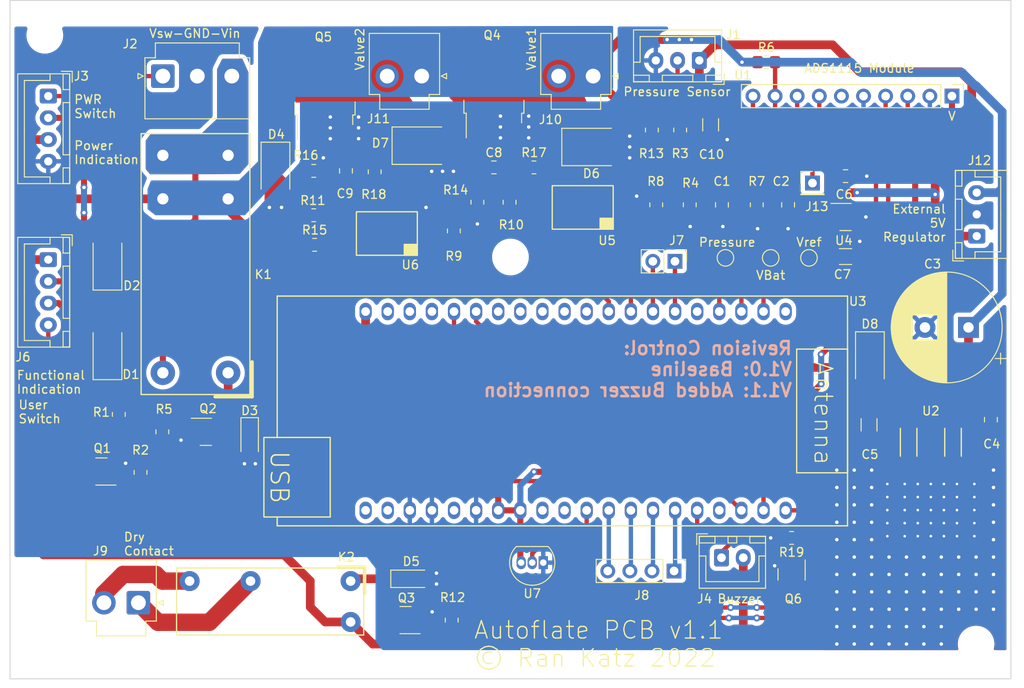
<source format=kicad_pcb>
(kicad_pcb (version 20221018) (generator pcbnew)
  (title_block (title "Autoflate - Tire inflator controller board") (date "2022-11-03") (rev "1.1") (company "NIghtmechanics") (comment 4 "AISLER Project ID: KECQLVEM"))
  (layers (0 "F.Cu" signal) (31 "B.Cu" signal) (34 "B.Paste" user) (35 "F.Paste" user) (36 "B.SilkS" user "B.Silkscreen") (37 "F.SilkS" user "F.Silkscreen") (38 "B.Mask" user) (39 "F.Mask" user) (44 "Edge.Cuts" user))
  (net 0 "")
  (net 1 "/Pressure")
  (net 2 "GND")
  (net 3 "/VBAT")
  (net 4 "+12V")
  (net 5 "+5V")
  (net 6 "/Vref")
  (net 7 "Net-(C8-Pad1)")
  (net 8 "Net-(C9-Pad1)")
  (net 9 "Net-(D1-Pad1)")
  (net 10 "Net-(D1-Pad2)")
  (net 11 "Net-(D2-Pad1)")
  (net 12 "Net-(D3-Pad1)")
  (net 13 "Net-(D5-Pad1)")
  (net 14 "Net-(D6-Pad1)")
  (net 15 "Net-(D7-Pad1)")
  (net 16 "Net-(D8-Pad1)")
  (net 17 "Net-(J1-Pad2)")
  (net 18 "/VDD3V3")
  (net 19 "/User_SW")
  (net 20 "Net-(J6-Pad2)")
  (net 21 "Net-(J8-Pad1)")
  (net 22 "Net-(J8-Pad2)")
  (net 23 "Net-(J8-Pad3)")
  (net 24 "Net-(J8-Pad4)")
  (net 25 "/Func_Ind")
  (net 26 "Net-(Q2-Pad1)")
  (net 27 "Net-(Q4-Pad1)")
  (net 28 "Net-(Q5-Pad1)")
  (net 29 "Net-(R10-Pad1)")
  (net 30 "Net-(R11-Pad1)")
  (net 31 "Net-(R13-Pad1)")
  (net 32 "Net-(R15-Pad1)")
  (net 33 "/ADC_SCL")
  (net 34 "/ADC_SDA")
  (net 35 "Net-(J2-Pad1)")
  (net 38 "Net-(J9-Pad1)")
  (net 50 "Net-(J4-Pad1)")
  (net 52 "Net-(J9-Pad2)")
  (net 53 "Net-(R8-Pad2)")
  (net 54 "Net-(R9-Pad2)")
  (net 55 "/Vin")
  (net 56 "Net-(J13-Pad1)")
  (net 57 "/Temp_DQ")
  (net 59 "Net-(J7-Pad2)")
  (net 60 "/Valve1")
  (net 61 "/Valve2")
  (net 64 "Net-(J7-Pad1)")
  (net 65 "Net-(Q3-Pad1)")
  (net 66 "/Buzzer")
  (footprint "Connector_JST:JST_XH_B4B-XH-A_1x04_P2.50mm_Vertical" (layer "F.Cu") (at 34.4 38 -90)
    (fp_text reference "J3")
    (fp_text value "Conn_01x04_Male")
  )
  (footprint "Resistor_SMD:R_0805_2012Metric_Pad1.20x1.40mm_HandSolder" (layer "F.Cu") (at 80.75 98.25 90)
    (fp_text reference "R12")
    (fp_text value "10k")
  )
  (footprint "Package_TO_SOT_THT:TO-92_Inline" (layer "F.Cu") (at 91.27 91.64 180)
    (fp_text reference "U7")
    (fp_text value "DS18B20")
  )
  (footprint "Capacitor_SMD:C_0805_2012Metric_Pad1.18x1.45mm_HandSolder" (layer "F.Cu") (at 126 47.2)
    (fp_text reference "C6")
    (fp_text value "0.1uF")
  )
  (footprint "Connector_JST:JST_XH_B2B-XH-A_1x02_P2.50mm_Vertical" (layer "F.Cu") (at 111.75 91.075)
    (fp_text reference "J4")
    (fp_text value "JST_XH_2")
  )
  (footprint "Resistor_SMD:R_0805_2012Metric_Pad1.20x1.40mm_HandSolder" (layer "F.Cu") (at 87.4 50.2 90)
    (fp_text reference "R10")
    (fp_text value "100R")
  )
  (footprint "NIghtmechanic:OMRON_G5RL_1A_E" (layer "F.Cu") (at 55.0625 49.8125 90)
    (fp_text reference "K1")
    (fp_text value "G5RL-1A-E-HR")
  )
  (footprint "TestPoint:TestPoint_Pad_D1.5mm" (layer "F.Cu") (at 112.2 56.6)
    (fp_text reference "TP1" hide)
    (fp_text value "TestPoint")
  )
  (footprint "NIghtmechanic:K10104X" (layer "F.Cu") (at 95.8 52.05 180)
    (fp_text reference "U5")
    (fp_text value "K10104")
  )
  (footprint "Resistor_SMD:R_0805_2012Metric_Pad1.20x1.40mm_HandSolder" (layer "F.Cu") (at 115.8 50.5 -90)
    (fp_text reference "R7")
    (fp_text value "2k 0.1%")
  )
  (footprint "Connector_JST:JST_XH_B3B-XH-A_1x03_P2.50mm_Vertical" (layer "F.Cu") (at 141.075 54.1 90)
    (fp_text reference "J12")
    (fp_text value "JST_XH_3")
  )
  (footprint "Capacitor_SMD:C_0805_2012Metric_Pad1.18x1.45mm_HandSolder" (layer "F.Cu") (at 142.7 75.2 -90)
    (fp_text reference "C4")
    (fp_text value "0.1uF")
  )
  (footprint "Resistor_SMD:R_0805_2012Metric_Pad1.20x1.40mm_HandSolder" (layer "F.Cu") (at 42.5 74.6 -90)
    (fp_text reference "R1")
    (fp_text value "4.7k")
  )
  (footprint "Resistor_SMD:R_0805_2012Metric_Pad1.20x1.40mm_HandSolder" (layer "F.Cu") (at 64.9 46.6 180)
    (fp_text reference "R16")
    (fp_text value "4.7k")
  )
  (footprint "Diode_SMD:D_SMA" (layer "F.Cu") (at 128.8 68.5 -90)
    (fp_text reference "D8")
    (fp_text value "SS34")
  )
  (footprint "Capacitor_THT:CP_Radial_D12.5mm_P5.00mm" (layer "F.Cu") (at 140.123959 64.6 180)
    (fp_text reference "C3")
    (fp_text value "180uF/35V")
  )
  (footprint "NIghtmechanic:OMRON_G5NB_1A" (layer "F.Cu") (at 57.6375 93.7625 180)
    (fp_text reference "K2")
    (fp_text value "G5NB-1A-E")
  )
  (footprint "Capacitor_SMD:C_1206_3216Metric_Pad1.33x1.80mm_HandSolder" (layer "F.Cu") (at 126 56.45)
    (fp_text reference "C7")
    (fp_text value "1uF")
  )
  (footprint "Resistor_SMD:R_0805_2012Metric_Pad1.20x1.40mm_HandSolder" (layer "F.Cu") (at 71.9 46.7 90)
    (fp_text reference "R18")
    (fp_text value "2.2k")
  )
  (footprint "Resistor_SMD:R_0805_2012Metric_Pad1.20x1.40mm_HandSolder" (layer "F.Cu") (at 116.9 34.1)
    (fp_text reference "R6")
    (fp_text value "10k 0.1%")
  )
  (footprint "MountingHole:MountingHole_3.2mm_M3" (layer "F.Cu") (at 141 31)
    (fp_text reference "H2" hide)
    (fp_text value "MountingHole")
  )
  (footprint "Package_TO_SOT_SMD:TO-252-2" (layer "F.Cu") (at 85.6 37.5 90)
    (fp_text reference "Q4")
    (fp_text value "IRLR7843")
  )
  (footprint "Diode_SMD:D_SMB" (layer "F.Cu") (at 77.45 43.7)
    (fp_text reference "D7")
    (fp_text value "1SMB5932")
  )
  (footprint "TestPoint:TestPoint_Pad_D1.5mm" (layer "F.Cu") (at 117.4 56.6)
    (fp_text reference "TP2" hide)
    (fp_text value "TestPoint")
  )
  (footprint "MountingHole:MountingHole_3.2mm_M3" (layer "F.Cu") (at 34 101)
    (fp_text reference "H4" hide)
    (fp_text value "MountingHole")
  )
  (footprint "Resistor_SMD:R_0805_2012Metric_Pad1.20x1.40mm_HandSolder" (layer "F.Cu") (at 83.7 50.2 90)
    (fp_text reference "R14")
    (fp_text value "4.7k")
  )
  (footprint "NIghtmechanic:ST_D2PAK" (layer "F.Cu") (at 135.8 84.6 180)
    (fp_text reference "U2")
    (fp_text value "L7805")
  )
  (footprint "Connector_JST:JST_XH_B3B-XH-A_1x03_P2.50mm_Vertical" (layer "F.Cu") (at 109.2 33.9 180)
    (fp_text reference "J1")
    (fp_text value "JST_XH_3")
  )
  (footprint "Capacitor_SMD:C_1206_3216Metric_Pad1.33x1.80mm_HandSolder" (layer "F.Cu") (at 110.5 41.3 -90)
    (fp_text reference "C10")
    (fp_text value "1uF")
  )
  (footprint "NIghtmechanic:K10104X" (layer "F.Cu") (at 73.3 55.05 180)
    (fp_text reference "U6")
    (fp_text value "K10104")
  )
  (footprint "Diode_SMD:D_SMA" (layer "F.Cu") (at 60.5 46.7 -90)
    (fp_text reference "D4")
    (fp_text value "SS34")
  )
  (footprint "Capacitor_SMD:C_0805_2012Metric_Pad1.18x1.45mm_HandSolder" (layer "F.Cu") (at 111.8 50.5 -90)
    (fp_text reference "C1")
    (fp_text value "0.1uF")
  )
  (footprint "Resistor_SMD:R_0805_2012Metric_Pad1.20x1.40mm_HandSolder" (layer "F.Cu") (at 65 55.1 180)
    (fp_text reference "R15")
    (fp_text value "2k")
  )
  (footprint "TestPoint:TestPoint_Pad_D1.5mm" (layer "F.Cu") (at 121.8 56.6)
    (fp_text reference "TP3" hide)
    (fp_text value "TestPoint")
  )
  (footprint "Connector_PinHeader_2.54mm:PinHeader_1x04_P2.54mm_Vertical" (layer "F.Cu") (at 106.3 92.6 -90)
    (fp_text reference "J8")
    (fp_text value "Header_4")
  )
  (footprint "Package_TO_SOT_SMD:SOT-23" (layer "F.Cu") (at 52.5 76.6)
    (fp_text reference "Q2")
    (fp_text value "AO3400A")
  )
  (footprint "Resistor_SMD:R_0805_2012Metric_Pad1.20x1.40mm_HandSolder" (layer "F.Cu") (at 45 81.2655 90)
    (fp_text reference "R2")
    (fp_text value "10k")
  )
  (footprint "Diode_SMD:D_SMA" (layer "F.Cu") (at 41.2 67.2 90)
    (fp_text reference "D1")
    (fp_text value "SS34")
  )
  (footprint "Connector_PinHeader_2.54mm:PinHeader_1x02_P2.54mm_Vertical" (layer "F.Cu") (at 106.4 57 -90)
    (fp_text reference "J7")
    (fp_text value "Header_2")
  )
  (footprint "Connector_JST:JST_VH_B3P-VH_1x03_P3.96mm_Vertical" (layer "F.Cu") (at 47.5625 35.7)
    (fp_text reference "J2")
    (fp_text value "JST_VH_3")
  )
  (footprint "Capacitor_SMD:C_0805_2012Metric_Pad1.18x1.45mm_HandSolder" (layer "F.Cu") (at 68.6 46.6 90)
    (fp_text reference "C9")
    (fp_text value "33nF")
  )
  (footprint "Connector_JST:JST_VH_B2P-VH_1x02_P3.96mm_Vertical" (layer "F.Cu") (at 77.3 35.7 180)
    (fp_text reference "J11")
    (fp_text value "JST_VH_2")
  )
  (footprint "Connector_JST:JST_VH_B2P-VH_1x02_P3.96mm_Vertical" (layer "F.Cu") (at 44.75 96.25 180)
    (fp_text reference "J9")
    (fp_text value "JST_VH_2")
  )
  (footprint "Resistor_SMD:R_0805_2012Metric_Pad1.20x1.40mm_HandSolder" (layer "F.Cu") (at 81 53.5 90)
    (fp_text reference "R9")
    (fp_text value "1k")
  )
  (footprint "Resistor_SMD:R_0805_2012Metric_Pad1.20x1.40mm_HandSolder" (layer "F.Cu") (at 90.2 46.2)
    (fp_text reference "R17")
    (fp_text value "2.2k")
  )
  (footprint "NIghtmechanic:LILYGO_TTGO_ESP32_S2" (layer "F.Cu") (at 94.986 74.2 180)
    (fp_text reference "U3")
    (fp_text value "LILYGO_TTGO_ESP32_S2")
  )
  (footprint "Resistor_SMD:R_0805_2012Metric_Pad1.20x1.40mm_HandSolder" (layer "F.Cu") (at 103.75 41.9 90)
    (fp_text reference "R13")
    (fp_text value "2k")
  )
  (footprint "Resistor_SMD:R_0805_2012Metric_Pad1.20x1.40mm_HandSolder" (layer "F.Cu") (at 104.25 50.5 90)
    (fp_text reference "R8")
    (fp_text value "1k")
  )
  (footprint "Capacitor_SMD:C_1206_3216Metric_Pad1.33x1.80mm_HandSolder" (layer "F.Cu") (at 128.7 75.8 -90)
    (fp_text reference "C5")
    (fp_text value "1uF")
  )
  (footprint "Capacitor_SMD:C_0805_2012Metric_Pad1.18x1.45mm_HandSolder" (layer "F.Cu") (at 85.6 46.2 180)
    (fp_text reference "C8")
    (fp_text value "33nF")
  )
  (footprint "Package_TO_SOT_SMD:SOT-23" (layer "F.Cu") (at 119.8 93 -90)
    (fp_text reference "Q6")
    (fp_text value "AO3400A")
  )
  (footprint "Package_TO_SOT_SMD:SOT-23" (layer "F.Cu") (at 75.45 98.25 180)
    (fp_text reference "Q3")
    (fp_text value "AO3400A")
  )
  (footprint "Diode_SMD:D_SOD-123" (layer "F.Cu") (at 76 93.5)
    (fp_text reference "D5")
    (fp_text value "BZT52C20")
  )
  (footprint "Connector_JST:JST_VH_B2P-VH_1x02_P3.96mm_Vertical" (layer "F.Cu") (at 97 35.7 180)
    (fp_text reference "J10")
    (fp_text value "JST_VH_2")
  )
  (footprint "MountingHole:MountingHole_3.2mm_M3" (layer "F.Cu") (at 141 101)
    (fp_text reference "H3" hide)
    (fp_text value "MountingHole")
  )
  (footprint "Diode_SMD:D_SMB" (layer "F.Cu") (at 96.95 43.85)
    (fp_text reference "D6")
    (fp_text value "1SMB5932")
  )
  (footprint "Diode_SMD:D_SMA" (layer "F.Cu") (at 41.2 56.9 90)
    (fp_text reference "D2")
    (fp_text value "SS34")
  )
  (footprint "Resistor_SMD:R_0805_2012Metric_Pad1.20x1.40mm_HandSolder" (layer "F.Cu") (at 107 41.9 -90)
    (fp_text reference "R3")
    (fp_text value "1k 0.1%")
  )
  (footprint "Capacitor_SMD:C_0805_2012Metric_Pad1.18x1.45mm_HandSolder" (layer "F.Cu") (at 119.4 50.5 -90)
    (fp_text reference "C2")
    (fp_text value "0.1uF")
  )
  (footprint "Resistor_SMD:R_0805_2012Metric_Pad1.20x1.40mm_HandSolder" (layer "F.Cu") (at 108.1 50.5 -90)
    (fp_text reference "R4")
    (fp_text value "2k 0.1%")
  )
  (footprint "Package_TO_SOT_SMD:SOT-23" (layer "F.Cu") (at 126 51.9)
    (fp_text reference "U4")
    (fp_text value "MCP1525-TT")
  )
  (footprint "MountingHole:MountingHole_3.2mm_M3" (layer "F.Cu") (at 87.5 56.5)
    (fp_text reference "H5" hide)
    (fp_text value "MountingHole")
  )
  (footprint "Connector_PinHeader_2.54mm:PinHeader_1x01_P2.54mm_Vertical" (layer "F.Cu") (at 122.2 48)
    (fp_text reference "J13")
    (fp_text value "Header_1")
  )
  (footprint "Resistor_SMD:R_0805_2012Metric_Pad1.20x1.40mm_HandSolder" (layer "F.Cu") (at 64.9 51.7 180)
    (fp_text reference "R11")
    (fp_text value "100R")
  )
  (footprint "NIghtmechanic:GY-ADS1115" (layer "F.Cu") (at 138.225 38 -90)
    (fp_text reference "U1")
    (fp_text value "ADS1115_Module")
  )
  (footprint "Diode_SMD:D_SOD-123" (layer "F.Cu") (at 57.5375 77.225 -90)
    (fp_text reference "D3")
    (fp_text value "BZT52C20")
  )
  (footprint "Package_TO_SOT_SMD:SOT-23" (layer "F.Cu") (at 40.5 81.1655 180)
    (fp_text reference "Q1")
    (fp_text value "AO3400A")
  )
  (footprint "Connector_JST:JST_XH_B4B-XH-A_1x04_P2.50mm_Vertical" (layer "F.Cu") (at 34.4 56.8 -90)
    (fp_text reference "J6")
    (fp_text value "JST_XH_4")
  )
  (footprint "Package_TO_SOT_SMD:TO-252-2" (layer "F.Cu") (at 66.2 37.7 90)
    (fp_text reference "Q5")
    (fp_text value "IRLR7843")
  )
  (footprint "MountingHole:MountingHole_3.2mm_M3" (layer "F.Cu") (at 34 31)
    (fp_text reference "H1" hide)
    (fp_text value "MountingHole")
  )
  (footprint "Resistor_SMD:R_0805_2012Metric_Pad1.20x1.40mm_HandSolder" (layer "F.Cu") (at 47.5 76.6 -90)
    (fp_text reference "R5")
    (fp_text value "10k")
  )
  (footprint "Resistor_SMD:R_0805_2012Metric_Pad1.20x1.40mm_HandSolder" (layer "F.Cu") (at 119.8 88.8 180)
    (fp_text reference "R19")
    (fp_text value "10k")
  )
  (gr_rect (start 30 27) (end 145 105) (stroke (width 0.1)) (fill none) (layer "Edge.Cuts"))
  (gr_text "Revision Control:\nV1.0: Baseline\nV1.1: Added Buzzer connection" (at 120 69.4) (layer "B.SilkS") (effects (font (size 1.5 1.5) (thickness 0.3)) (justify left mirror)))
  (gr_text "Valve1" (at 89.9 32.6 90) (layer "F.SilkS") (effects (font (size 1 1))))
  (gr_text "User\nSwitch" (at 30.9 74.3) (layer "F.SilkS") (effects (font (size 1 1)) (justify left)))
  (gr_text "Autoflate PCB v1.1\n© Ran Katz 2022" (at 83.2 101) (layer "F.SilkS") (effects (font (size 2 2)) (justify left)))
  (gr_text "Dry\nContact" (at 43 89.5) (layer "F.SilkS") (effects (font (size 1 1)) (justify left)))
  (gr_text "Pressure" (at 112.4 54.8) (layer "F.SilkS") (effects (font (size 1 1))))
  (gr_text "Power\nIndication" (at 37.3 44.5) (layer "F.SilkS") (effects (font (size 1 1)) (justify left)))
  (gr_text "ADS1115 Module" (at 127.6 34.8) (layer "F.SilkS") (effects (font (size 1 1))))
  (gr_text "Buzzer" (at 111.2 95.8) (layer "F.SilkS") (effects (font (size 1 1)) (justify left)))
  (gr_text "VBat" (at 117.4 58.6) (layer "F.SilkS") (effects (font (size 1 1))))
  (gr_text "Pressure Sensor" (at 100.4 37.5) (layer "F.SilkS") (effects (font (size 1 1)) (justify left)))
  (gr_text "Functional\nIndication" (at 30.7 70.9) (layer "F.SilkS") (effects (font (size 1 1)) (justify left)))
  (gr_text "PWR\nSwitch" (at 37.3 39.2) (layer "F.SilkS") (effects (font (size 1 1)) (justify left)))
  (gr_text "Valve2" (at 70.2 32.6 90) (layer "F.SilkS") (effects (font (size 1 1))))
  (gr_text "Vsw-GND-Vin\n\n" (at 45.9 31.6) (layer "F.SilkS") (effects (font (size 1 1)) (justify left)))
  (gr_text "Vref" (at 121.8 54.8) (layer "F.SilkS") (effects (font (size 1 1))))
  (gr_text "External\n5V\nRegulator" (at 137.6 52.6) (layer "F.SilkS") (effects (font (size 1 1)) (justify right)))
  (segment (start 110.6 57.2) (end 109.9625 56.5625) (width 0.5) (layer "F.Cu") (net 1))
  (segment (start 107 43.7) (end 109.9625 46.6625) (width 0.5) (layer "F.Cu") (net 1))
  (segment (start 108.1375 49.4625) (end 108.1 49.5) (width 0.5) (layer "F.Cu") (net 1))
  (segment (start 107 42.9) (end 107 43.7) (width 0.5) (layer "F.Cu") (net 1))
  (segment (start 109.9625 46.6625) (end 109.9625 49.4625) (width 0.5) (layer "F.Cu") (net 1))
  (segment (start 109.9625 56.5625) (end 109.9625 49.4625) (width 0.5) (layer "F.Cu") (net 1))
  (segment (start 115.365 45.8975) (end 111.8 49.4625) (width 0.5) (layer "F.Cu") (net 1))
  (segment (start 111.6 57.2) (end 110.6 57.2) (width 0.5) (layer "F.Cu") (net 1))
  (segment (start 111.8 49.4625) (end 109.9625 49.4625) (width 0.5) (layer "F.Cu") (net 1))
  (segment (start 112.2 56.6) (end 111.6 57.2) (width 0.5) (layer "F.Cu") (net 1))
  (segment (start 111.496 62.77) (end 111.496 58.096) (width 0.5) (layer "F.Cu") (net 1))
  (segment (start 109.9625 49.4625) (end 108.1375 49.4625) (width 0.5) (layer "F.Cu") (net 1))
  (segment (start 115.365 38) (end 115.365 45.8975) (width 0.5) (layer "F.Cu") (net 1))
  (segment (start 111.496 58.096) (end 110.6 57.2) (width 0.5) (layer "F.Cu") (net 1))
  (segment (start 100.3 49.51) (end 101.99 49.51) (width 0.5) (layer "F.Cu") (net 2))
  (segment (start 41.4375 80.2155) (end 43.2845 80.2155) (width 0.5) (layer "F.Cu") (net 2))
  (segment (start 127.0375 47.2) (end 128.4375 47.2) (width 0.5) (layer "F.Cu") (net 2))
  (segment (start 115.8 51.5) (end 115.8 53.15) (width 0.5) (layer "F.Cu") (net 2))
  (segment (start 118.85 92.0625) (end 117.912 92.0625) (width 0.5) (layer "F.Cu") (net 2))
  (segment (start 44.95 80.2155) (end 45 80.2655) (width 0.5) (layer "F.Cu") (net 2))
  (segment (start 110.5 42.8625) (end 112.2625 42.8625) (width 0.5) (layer "F.Cu") (net 2))
  (segment (start 108.1 52.95) (end 108.15 53) (width 0.5) (layer "F.Cu") (net 2))
  (segment (start 68.6 42.02) (end 68.48 41.9) (width 0.5) (layer "F.Cu") (net 2))
  (segment (start 128.7 77.3625) (end 128.7 80.7) (width 0.5) (layer "F.Cu") (net 2))
  (segment (start 80.7 97.3) (end 80.75 97.25) (width 0.5) (layer "F.Cu") (net 2))
  (segment (start 68.6 45.5625) (end 68.6 42.02) (width 0.5) (layer "F.Cu") (net 2))
  (segment (start 43.2845 80.2155) (end 44.95 80.2155) (width 0.5) (layer "F.Cu") (net 2))
  (segment (start 142.7 76.2375) (end 142.7 80.7) (width 0.5) (layer "F.Cu") (net 2))
  (segment (start 83.7 51.2) (end 83.7 52.7) (width 0.5) (layer "F.Cu") (net 2))
  (segment (start 65.9 46.6) (end 65.9 45.2) (width 0.5) (layer "F.Cu") (net 2))
  (segment (start 111.8 52.9) (end 111.9 53) (width 0.5) (layer "F.Cu") (net 2))
  (segment (start 117.912 92.0625) (end 117.8495 92) (width 0.5) (layer "F.Cu") (net 2))
  (segment (start 76.3875 97.3) (end 78.5 97.3) (width 0.5) (layer "F.Cu") (net 2))
  (segment (start 108.1 51.5) (end 108.1 52.95) (width 0.5) (layer "F.Cu") (net 2))
  (segment (start 65.9 45.2) (end 66 45.1) (width 0.5) (layer "F.Cu") (net 2))
  (segment (start 84.5625 46.2) (end 84.5625 44.5875) (width 0.5) (layer "F.Cu") (net 2))
  (segment (start 118.8 88.8) (end 117.4 88.8) (width 0.5) (layer "F.Cu") (net 2))
  (segment (start 78.5 97.3) (end 80.7 97.3) (width 0.5) (layer "F.Cu") (net 2))
  (segment (start 49.65 77.55) (end 47.55 77.55) (width 0.5) (layer "F.Cu") (net 2))
  (segment (start 47.55 77.55) (end 47.5 77.6) (width 0.5) (layer "F.Cu") (net 2))
  (segment (start 111.8 51.5375) (end 111.8 52.9) (width 0.5) (layer "F.Cu") (net 2))
  (segment (start 84.5625 44.5875) (end 86.35 42.8) (width 0.5) (layer "F.Cu") (net 2))
  (segment (start 101.99 49.51) (end 102 49.5) (width 0.5) (layer "F.Cu") (net 2))
  (segment (start 127.5625 56.45) (end 127.5625 54.775) (width 0.5) (layer "F.Cu") (net 2))
  (segment (start 142.7 80.7) (end 143 81) (width 0.5) (layer "F.Cu") (net 2))
  (segment (start 51.5625 77.55) (end 49.65 77.55) (width 0.5) (layer "F.Cu") (net 2))
  (segment (start 77.8 52.51) (end 77.8 50.8) (width 0.5) (layer "F.Cu") (net 2))
  (segment (start 126.9375 51.9) (end 128.3375 51.9) (width 0.5) (layer "F.Cu") (net 2))
  (segment (start 128.7 80.7) (end 129 81) (width 0.5) (layer "F.Cu") (net 2))
  (segment (start 112.2625 42.8625) (end 112.4 43) (width 0.5) (layer "F.Cu") (net 2))
  (segment (start 115.8 53.15) (end 115.9 53.25) (width 0.5) (layer "F.Cu") (net 2))
  (segment (start 127.5625 54.775) (end 127.6375 54.7) (width 0.5) (layer "F.Cu") (net 2))
  (segment (start 119.4 51.5375) (end 119.4 53.25) (width 0.5) (layer "F.Cu") (net 2))
  (via (at 61.2 50.8) (size 0.8) (drill 0.4) (layers "F.Cu" "B.Cu") (net 2))
  (via (at 131 97) (size 0.8) (drill 0.4) (layers "F.Cu" "B.Cu") (net 2))
  (via (at 133 97) (size 0.8) (drill 0.4) (layers "F.Cu" "B.Cu") (net 2))
  (via (at 83.7 52.7) (size 0.8) (drill 0.4) (layers "F.Cu" "B.Cu") (net 2))
  (via (at 101.2 45.1) (size 0.8) (drill 0.4) (layers "F.Cu" "B.Cu") (net 2))
  (via (at 66 45.1) (size 0.8) (drill 0.4) (layers "F.Cu" "B.Cu") (net 2))
  (via (at 112.4 43) (size 0.8) (drill 0.4) (layers "F.Cu" "B.Cu") (net 2))
  (via (at 133 99) (size 0.8) (drill 0.4) (layers "F.Cu" "B.Cu") (net 2))
  (via (at 115.9 53.25) (size 0.8) (drill 0.4) (layers "F.Cu" "B.Cu") (net 2))
  (via (at 137 95) (size 0.8) (drill 0.4) (layers "F.Cu" "B.Cu") (net 2))
  (via (at 129 99) (size 0.8) (drill 0.4) (layers "F.Cu" "B.Cu") (net 2))
  (via (at 143 85) (size 0.8) (drill 0.4) (layers "F.Cu" "B.Cu") (net 2))
  (via (at 143 93) (size 0.8) (drill 0.4) (layers "F.Cu" "B.Cu") (net 2))
  (via (at 108.15 53) (size 0.8) (drill 0.4) (layers "F.Cu" "B.Cu") (net 2))
  (via (at 79.7 46.65) (size 0.8) (drill 0.4) (layers "F.Cu" "B.Cu") (net 2))
  (via (at 78.45 46.65) (size 0.8) (drill 0.4) (layers "F.Cu" "B.Cu") (net 2))
  (via (at 86.35 40.3) (size 0.8) (drill 0.4) (layers "F.Cu" "B.Cu") (net 2))
  (via (at 141 93) (size 0.8) (drill 0.4) (layers "F.Cu" "B.Cu") (net 2))
  (via (at 79 92.85) (size 0.8) (drill 0.4) (layers "F.Cu" "B.Cu") (net 2))
  (via (at 70.05 42.9) (size 0.8) (drill 0.4) (layers "F.Cu" "B.Cu") (net 2))
  (via (at 141 97) (size 0.8) (drill 0.4) (layers "F.Cu" "B.Cu") (net 2))
  (via (at 79 94.1) (size 0.8) (drill 0.4) (layers "F.Cu" "B.Cu") (net 2))
  (via (at 127 83) (size 0.8) (drill 0.4) (layers "F.Cu" "B.Cu") (net 2))
  (via (at 143 97) (size 0.8) (drill 0.4) (layers "F.Cu" "B.Cu") (net 2))
  (via (at 135 91) (size 0.8) (drill 0.4) (layers "F.Cu" "B.Cu") (net 2))
  (via (at 127 97) (size 0.8) (drill 0.4) (layers "F.Cu" "B.Cu") (net 2))
  (via (at 139 91) (size 0.8) (drill 0.4) (layers "F.Cu" "B.Cu") (net 2))
  (via (at 131 101) (size 0.8) (drill 0.4) (layers "F.Cu" "B.Cu") (net 2))
  (via (at 127.6375 54.7) (size 0.8) (drill 0.4) (layers "F.Cu" "B.Cu") (net 2))
  (via (at 129 95) (size 0.8) (drill 0.4) (layers "F.Cu" "B.Cu") (net 2))
  (via (at 133 101) (size 0.8) (drill 0.4) (layers "F.Cu" "B.Cu") (net 2))
  (via (at 137 93) (size 0.8) (drill 0.4) (layers "F.Cu" "B.Cu") (net 2))
  (via (at 129 97) (size 0.8) (drill 0.4) (layers "F.Cu" "B.Cu") (net 2))
  (via (at 129 87) (size 0.8) (drill 0.4) (layers "F.Cu" "B.Cu") (net 2))
  (via (at 131 91) (size 0.8) (drill 0.4) (layers "F.Cu" "B.Cu") (net 2))
  (via (at 128.4375 47.2) (size 0.8) (drill 0.4) (layers "F.Cu" "B.Cu") (net 2))
  (via (at 143 89) (size 0.8) (drill 0.4) (layers "F.Cu" "B.Cu") (net 2))
  (via (at 137 91) (size 0.8) (drill 0.4) (layers "F.Cu" "B.Cu") (net 2))
  (via (at 137 101) (size 0.8) (drill 0.4) (layers "F.Cu" "B.Cu") (net 2))
  (via (at 135 95) (size 0.8) (drill 0.4) (layers "F.Cu" "B.Cu") (net 2))
  (via (at 129 93) (size 0.8) (drill 0.4) (layers "F.Cu" "B.Cu") (net 2))
  (via (at 86.35 41.55) (size 0.8) (drill 0.4) (layers "F.Cu" "B.Cu") (net 2))
  (via (at 70.05 40.4) (size 0.8) (drill 0.4) (layers "F.Cu" "B.Cu") (net 2))
  (via (at 117.8495 92) (size 0.8) (drill 0.4) (layers "F.Cu" "B.Cu") (net 2))
  (via (at 143 83) (size 0.8) (drill 0.4) (layers "F.Cu" "B.Cu") (net 2))
  (via (at 143 81) (size 0.8) (drill 0.4) (layers "F.Cu" "B.Cu") (net 2))
  (via (at 125 97) (size 0.8) (drill 0.4) (layers "F.Cu" "B.Cu") (net 2))
  (via (at 66.8 42.9) (size 0.8) (drill 0.4) (layers "F.Cu" "B.Cu") (net 2))
  (via (at 89.6 41.55) (size 0.8) (drill 0.4) (layers "F.Cu" "B.Cu") (net 2))
  (via (at 125 85) (size 0.8) (drill 0.4) (layers "F.Cu" "B.Cu") (net 2))
  (via (at 89.6 40.3) (size 0.8) (drill 0.4) (layers "F.Cu" "B.Cu") (net 2))
  (via (at 143 91) (size 0.8) (drill 0.4) (layers "F.Cu" "B.Cu") (net 2))
  (via (at 56.9375 80.275) (size 0.8) (drill 0.4) (layers "F.Cu" "B.Cu") (net 2))
  (via (at 102 49.5) (size 0.8) (drill 0.4) (layers "F.Cu" "B.Cu") (net 2))
  (via (at 127 85) (size 0.8) (drill 0.4) (layers "F.Cu" "B.Cu") (net 2))
  (via (at 129 91) (size 0.8) (drill 0.4) (layers "F.Cu" "B.Cu") (net 2))
  (via (at 59.8 50.8) (size 0.8) (drill 0.4) (layers "F.Cu" "B.Cu") (net 2))
  (via (at 129 89) (size 0.8) (drill 0.4) (layers "F.Cu" "B.Cu") (net 2))
  (via (at 125 95) (size 0.8) (drill 0.4) (layers "F.Cu" "B.Cu") (net 2))
  (via (at 127 99) (size 0.8) (drill 0.4) (layers "F.Cu" "B.Cu") (net 2))
  (via (at 139 95) (size 0.8) (drill 0.4) (layers "F.Cu" "B.Cu") (net 2))
  (via (at 143 95) (size 0.8) (drill 0.4) (layers "F.Cu" "B.Cu") (net 2))
  (via (at 127 89) (size 0.8) (drill 0.4) (layers "F.Cu" "B.Cu") (net 2))
  (via (at 125 81) (size 0.8) (drill 0.4) (layers "F.Cu" "B.Cu") (net 2))
  (via (at 133 91) (size 0.8) (drill 0.4) (layers "F.Cu" "B.Cu") (net 2))
  (via (at 139 93) (size 0.8) (drill 0.4) (layers "F.Cu" "B.Cu") (net 2))
  (via (at 58.1875 80.275) (size 0.8) (drill 0.4) (layers "F.Cu" "B.Cu") (net 2))
  (via (at 129 83) (size 0.8) (drill 0.4) (layers "F.Cu" "B.Cu") (net 2))
  (via (at 141 95) (size 0.8) (drill 0.4) (layers "F.Cu" "B.Cu") (net 2))
  (via (at 111.9 53) (size 0.8) (drill 0.4) (layers "F.Cu" "B.Cu") (net 2))
  (via (at 125 89) (size 0.8) (drill 0.4) (layers "F.Cu" "B.Cu") (net 2))
  (via (at 66.8 41.65) (size 0.8) (drill 0.4) (layers "F.Cu" "B.Cu") (net 2))
  (via (at 127 87) (size 0.8) (drill 0.4) (layers "F.Cu" "B.Cu") (net 2))
  (via (at 125 99) (size 0.8) (drill 0.4) (layers "F.Cu" "B.Cu") (net 2))
  (via (at 127 91) (size 0.8) (drill 0.4) (layers "F.Cu" "B.Cu") (net 2))
  (via (at 125 87) (size 0.8) (drill 0.4) (layers "F.Cu" "B.Cu") (net 2))
  (via (at 125 101) (size 0.8) (drill 0.4) (layers "F.Cu" "B.Cu") (net 2))
  (via (at 133 93) (size 0.8) (drill 0.4) (layers "F.Cu" "B.Cu") (net 2))
  (via (at 135 101) (size 0.8) (drill 0.4) (layers "F.Cu" "B.Cu") (net 2))
  (via (at 66.8 40.4) (size 0.8) (drill 0.4) (layers "F.Cu" "B.Cu") (net 2))
  (via (at 141 91) (size 0.8) (drill 0.4) (layers "F.Cu" "B.Cu") (net 2))
  (via (at 127 93) (size 0.8) (drill 0.4) (layers "F.Cu" "B.Cu") (net 2))
  (via (at 129 81) (size 0.8) (drill 0.4) (layers "F.Cu" "B.Cu") (net 2))
  (via (at 139 97) (size 0.8) (drill 0.4) (layers "F.Cu" "B.Cu") (net 2))
  (via (at 127 95) (size 0.8) (drill 0.4) (layers "F.Cu" "B.Cu") (net 2))
  (via (at 80.95 46.65) (size 0.8) (drill 0.4) (layers "F.Cu" "B.Cu") (net 2))
  (via (at 128.3375 51.9) (size 0.8) (drill 0.4) (layers "F.Cu" "B.Cu") (net 2))
  (via (at 127 81) (size 0.8) (drill 0.4) (layers "F.Cu" "B.Cu") (net 2))
  (via (at 129 85) (size 0.8) (drill 0.4) (layers "F.Cu" "B.Cu") (net 2))
  (via (at 77.8 50.8) (size 0.8) (drill 0.4) (layers "F.Cu" "B.Cu") (net 2))
  (via (at 135 99) (size 0.8) (drill 0.4) (layers "F.Cu" "B.Cu") (net 2))
  (via (at 131 95) (size 0.8) (drill 0.4) (layers "F.Cu" "B.Cu") (net 2))
  (via (at 49.65 77.55) (size 0.8) (drill 0.4) (layers "F.Cu" "B.Cu") (net 2))
  (via (at 43.2845 80.2155) (size 0.8) (drill 0.4) (layers "F.Cu" "B.Cu") (net 2))
  (via (at 135 93) (size 0.8) (drill 0.4) (layers "F.Cu" "B.Cu") (net 2))
  (via (at 135 97) (size 0.8) (drill 0.4) (layers "F.Cu" "B.Cu") (net 2))
  (via (at 119.4 53.25) (size 0.8) (drill 0.4) (layers "F.Cu" "B.Cu") (net 2))
  (via (at 125 93) (size 0.8) (drill 0.4) (layers "F.Cu" "B.Cu") (net 2))
  (via (at 129 101) (size 0.8) (drill 0.4) (layers "F.Cu" "B.Cu") (net 2))
  (via (at 101.2 43.85) (size 0.8) (drill 0.4) (layers "F.Cu" "B.Cu") (net 2))
  (via (at 70.05 41.65) (size 0.8) (drill 0.4) (layers "F.Cu" "B.Cu") (net 2))
  (via (at 86.35 42.8) (size 0.8) (drill 0.4) (layers "F.Cu" "B.Cu") (net 2))
  (via (at 137 97) (size 0.8) (drill 0.4) (layers "F.Cu" "B.Cu") (net 2))
  (via (at 131 99) (size 0.8) (drill 0.4) (layers "F.Cu" "B.Cu") (net 2))
  (via (at 78.5 97.3) (size 0.8) (drill 0.4) (layers "F.Cu" "B.Cu") (net 2))
  (via (at 117.4 88.8) (size 0.8) (drill 0.4) (layers "F.Cu" "B.Cu") (net 2))
  (via (at 131 93) (size 0.8) (drill 0.4) (layers "F.Cu" "B.Cu") (net 2))
  (via (at 143 87) (size 0.8) (drill 0.4) (layers "F.Cu" "B.Cu") (net 2))
  (via (at 127 101) (size 0.8) (drill 0.4) (layers "F.Cu" "B.Cu") (net 2))
  (via (at 137 99) (size 0.8) (drill 0.4) (layers "F.Cu" "B.Cu") (net 2))
  (via (at 125 83) (size 0.8) (drill 0.4) (layers "F.Cu" "B.Cu") (net 2))
  (via (at 89.6 42.8) (size 0.8) (drill 0.4) (layers "F.Cu" "B.Cu") (net 2))
  (via (at 101.2 42.6) (size 0.8) (drill 0.4) (layers "F.Cu" "B.Cu") (net 2))
  (via (at 125 91) (size 0.8) (drill 0.4) (layers "F.Cu" "B.Cu") (net 2))
  (via (at 133 95) (size 0.8) (drill 0.4) (layers "F.Cu" "B.Cu") (net 2))
  (segment (start 117.5 54.2) (end 117.5 49.5) (width 0.5) (layer "F.Cu") (net 3))
  (segment (start 116.05 55.65) (end 116.55 55.15) (width 0.5) (layer "F.Cu") (net 3))
  (segment (start 114.036 62.77) (end 114.036 57.664) (width 0.5) (layer "F.Cu") (net 3))
  (segment (start 117.905 38) (end 117.905 34.105) (width 0.5) (layer "F.Cu") (net 3))
  (segment (start 117.5 49.5) (end 117.5 41.8) (width 0.5) (layer "F.Cu") (net 3))
  (segment (start 116.55 55.75) (end 116.55 55.15) (width 0.5) (layer "F.Cu") (net 3))
  (segment (start 117.4 56.6) (end 116.55 55.75) (width 0.5) (layer "F.Cu") (net 3))
  (segment (start 117.5 41.8) (end 117.905 41.395) (width 0.5) (layer "F.Cu") (net 3))
  (segment (start 115.8 49.5) (end 117.5 49.5) (width 0.5) (layer "F.Cu") (net 3))
  (segment (start 119.3625 49.5) (end 119.4 49.4625) (width 0.5) (layer "F.Cu") (net 3))
  (segment (start 117.905 34.105) (end 117.9 34.1) (width 0.5) (layer "F.Cu") (net 3))
  (segment (start 116.55 55.15) (end 117.5 54.2) (width 0.5) (layer "F.Cu") (net 3))
  (segment (start 114.036 57.664) (end 116.05 55.65) (width 0.5) (layer "F.Cu") (net 3))
  (segment (start 117.5 49.5) (end 119.3625 49.5) (width 0.5) (layer "F.Cu") (net 3))
  (segment (start 117.905 41.395) (end 117.905 38) (width 0.5) (layer "F.Cu") (net 3))
  (segment (start 138.34 70.66) (end 138.34 74.25) (width 1) (layer "F.Cu") (net 4))
  (segment (start 33.85 90.75) (end 31.4 88.3) (width 1) (layer "F.Cu") (net 4))
  (segment (start 47.5625 49.8125) (end 31.4875 49.8125) (width 1) (layer "F.Cu") (net 4))
  (segment (start 60.5 44.7) (end 59.7 44.7) (width 1) (layer "F.Cu") (net 4))
  (segment (start 97 34.6) (end 100.1 31.5) (width 1) (layer "F.Cu") (net 4))
  (segment (start 69.1375 98.4625) (end 66.2125 98.4625) (width 1) (layer "F.Cu") (net 4))
  (segment (start 34.4 56.8) (end 31.7 56.8) (width 1) (layer "F.Cu") (net 4))
  (segment (start 32.5 43) (end 31.4 44.1) (width 1) (layer "F.Cu") (net 4))
  (segment (start 31.4 44.1) (end 31.4 49.9) (width 1) (layer "F.Cu") (net 4))
  (segment (start 71.675 101) (end 113.2 101) (width 1) (layer "F.Cu") (net 4))
  (segment (start 115.9 34.1) (end 114.1 34.1) (width 1) (layer "F.Cu") (net 4))
  (segment (start 140.123959 68.876041) (end 140.123959 64.6) (width 1) (layer "F.Cu") (net 4))
  (segment (start 31.4 49.9) (end 31.4 52.85) (width 1) (layer "F.Cu") (net 4))
  (segment (start 57.75 53.75) (end 55.3125 51.3125) (width 1) (layer "F.Cu") (net 4))
  (segment (start 31.4 76.2) (end 31.4 78.6) (width 1) (layer "F.Cu") (net 4))
  (segment (start 138.4275 74.1625) (end 138.34 74.25) (width 1) (layer "F.Cu") (net 4))
  (segment (start 31.4 56.5) (end 31.4 59.3) (width 1) (layer "F.Cu") (net 4))
  (segment (start 69.1375 98.4625) (end 71.675 101) (width 1) (layer "F.Cu") (net 4))
  (segment (start 106.9 31.5) (end 108.3 31.5) (width 1) (layer "F.Cu") (net 4))
  (segment (start 103.75 40.9) (end 102.2 40.9) (width 1) (layer "F.Cu") (net 4))
  (segment (start 97 35.7) (end 97 34.6) (width 1) (layer "F.Cu") (net 4))
  (segment (start 59.7 45.175) (end 55.0625 49.8125) (width 1) (layer "F.Cu") (net 4))
  (segment (start 113.2 101) (end 114.25 99.95) (width 1) (layer "F.Cu") (net 4))
  (segment (start 105.5 31.5) (end 106.9 31.5) (width 1) (layer "F.Cu") (net 4))
  (segment (start 62 53.75) (end 57.75 53.75) (width 1) (layer "F.Cu") (net 4))
  (segment (start 31.4 52.85) (end 31.4 56.5) (width 1) (layer "F.Cu") (net 4))
  (segment (start 34.4 43) (end 32.5 43) (width 1) (layer "F.Cu") (net 4))
  (segment (start 142.7 74.1625) (end 138.4275 74.1625) (width 1) (layer "F.Cu") (net 4))
  (segment (start 100.1 31.5) (end 105.5 31.5) (width 1) (layer "F.Cu") (net 4))
  (segment (start 31.7 56.8) (end 31.4 56.5) (width 1) (layer "F.Cu") (net 4))
  (segment (start 140.123959 68.876041) (end 138.34 70.66) (width 1) (layer "F.Cu") (net 4))
  (segment (start 31.4 59.3) (end 31.4 67.3655) (width 1) (layer "F.Cu") (net 4))
  (segment (start 63.35 55.1) (end 62 53.75) (width 1) (layer "F.Cu") (net 4))
  (segment (start 64.5 93.75) (end 61.5 90.75) (width 1) (layer "F.Cu") (net 4))
  (segment (start 31.4 86.4) (end 31.4 88.3) (width 1) (layer "F.Cu") (net 4))
  (segment (start 64 55.1) (end 63.35 55.1) (width 1) (layer "F.Cu") (net 4))
  (segment (start 31.4 67.3655) (end 31.4 68.8655) (width 1) (layer "F.Cu") (net 4))
  (segment (start 102.2 40.9) (end 97 35.7) (width 1) (layer "F.Cu") (net 4))
  (segment (start 31.4875 49.8125) (end 31.4 49.9) (width 1) (layer "F.Cu") (net 4))
  (segment (start 31.4 78.6) (end 31.4 86.4) (width 1) (layer "F.Cu") (net 4))
  (segment (start 31.4 68.8655) (end 31.4 76.2) (width 1) (layer "F.Cu") (net 4))
  (segment (start 114.25 99.95) (end 114.25 91.075) (width 1) (layer "F.Cu") (net 4))
  (segment (start 59.7 44.7) (end 59.7 45.175) (width 1) (layer "F.Cu") (net 4))
  (segment (start 61.5 90.75) (end 33.85 90.75) (width 1) (layer "F.Cu") (net 4))
  (segment (start 64.5 96.75) (end 64.5 93.75) (width 1) (layer "F.Cu") (net 4))
  (segment (start 66.2125 98.4625) (end 64.5 96.75) (width 1) (layer "F.Cu") (net 4))
  (via (at 108.3 31.5) (size 0.8) (drill 0.4) (layers "F.Cu" "B.Cu") (net 4))
  (via (at 105.5 31.5) (size 0.8) (drill 0.4) (layers "F.Cu" "B.Cu") (net 4))
  (via (at 106.9 31.5) (size 0.8) (drill 0.4) (layers "F.Cu" "B.Cu") (net 4))
  (via (at 114.1 34.1) (size 0.8) (drill 0.4) (layers "F.Cu" "B.Cu") (net 4))
  (segment (start 140.9 36.8) (end 141 36.8) (width 1) (layer "B.Cu") (net 4))
  (segment (start 144 48.6) (end 144 60.723959) (width 1) (layer "B.Cu") (net 4))
  (segment (start 143.5 49.1) (end 144 48.6) (width 1) (layer "B.Cu") (net 4))
  (segment (start 141 36.8) (end 144 39.8) (width 1) (layer "B.Cu") (net 4))
  (segment (start 126.6 34.1) (end 127.8 35.3) (width 1) (layer "B.Cu") (net 4))
  (segment (start 139.4 35.3) (end 140.9 36.8) (width 1) (layer "B.Cu") (net 4))
  (segment (start 114.1 34.1) (end 126.6 34.1) (width 1) (layer "B.Cu") (net 4))
  (segment (start 105.5 31.5) (end 111.5 31.5) (width 1) (layer "B.Cu") (net 4))
  (segment (start 141.075 49.1) (end 143.5 49.1) (width 1) (layer "B.Cu") (net 4))
  (segment (start 144 60.723959) (end 140.123959 64.6) (width 1) (layer "B.Cu") (net 4))
  (segment (start 144 39.8) (end 144 48.6) (width 1) (layer "B.Cu") (net 4))
  (segment (start 114.1 34.1) (end 111.5 31.5) (width 1) (layer "B.Cu") (net 4))
  (segment (start 127.8 35.3) (end 139.4 35.3) (width 1) (layer "B.Cu") (net 4))
  (segment (start 136.3 58.1) (end 136.3 53.9) (width 1) (layer "F.Cu") (net 5))
  (segment (start 140.5 41) (end 140.5 36.5) (width 1) (layer "F.Cu") (net 5))
  (segment (start 133.26 74.25) (end 133.26 68.66) (width 1) (layer "F.Cu") (net 5))
  (segment (start 136.5 54.1) (end 136.3 53.9) (width 1) (layer "F.Cu") (net 5))
  (segment (start 140.5 36.5) (end 139.2 35.2) (width 1) (layer "F.Cu") (net 5))
  (segment (start 125.2375 49.1) (end 127.3375 49.1) (width 1) (layer "F.Cu") (net 5))
  (segment (start 133.26 68.66) (end 132.3 67.7) (width 1) (layer "F.Cu") (net 5))
  (segment (start 133.26 74.25) (end 128.7125 74.25) (width 1) (layer "F.Cu") (net 5))
  (segment (start 125.0625 49.275) (end 125.0625 47.3) (width 1) (layer "F.Cu") (net 5))
  (segment (start 127.6 35.2) (end 124.5 32.1) (width 1) (layer "F.Cu") (net 5))
  (segment (start 132.3 62.1) (end 136.3 58.1) (width 1) (layer "F.Cu") (net 5))
  (segment (start 136.3 53.9) (end 136.3 53.7) (width 1) (layer "F.Cu") (net 5))
  (segment (start 136.3 49.3) (end 136.3 47.8) (width 1) (layer "F.Cu") (net 5))
  (segment (start 128.7 70.6) (end 128.8 70.5) (width 1) (layer "F.Cu") (net 5))
  (segment (start 128.7125 74.25) (end 128.7 74.2375) (width 1) (layer "F.Cu") (net 5))
  (segment (start 141.075 54.1) (end 136.5 54.1) (width 1) (layer "F.Cu") (net 5))
  (segment (start 111 32.1) (end 109.2 33.9) (width 1) (layer "F.Cu") (net 5))
  (segment (start 124.5 32.1) (end 111 32.1) (width 1) (layer "F.Cu") (net 5))
  (segment (start 109.2 36.1) (end 109.2 33.9) (width 1) (layer "F.Cu") (net 5))
  (segment (start 136.3 45.2) (end 140.5 41) (width 1) (layer "F.Cu") (net 5))
  (segment (start 128.7 74.2375) (end 128.7 70.6) (width 1) (layer "F.Cu") (net 5))
  (segment (start 136.3 47.8) (end 136.3 45.2) (width 1) (layer "F.Cu") (net 5))
  (segment (start 125.0625 50.95) (end 125.0625 49.275) (width 1) (layer "F.Cu") (net 5))
  (segment (start 139.2 35.2) (end 127.6 35.2) (width 1) (layer "F.Cu") (net 5))
  (segment (start 125.0625 49.275) (end 125.2375 49.1) (width 1) (layer "F.Cu") (net 5))
  (segment (start 125.0625 47.3) (end 124.9625 47.2) (width 1) (layer "F.Cu") (net 5))
  (segment (start 110.5 37.4) (end 109.2 36.1) (width 1) (layer "F.Cu") (net 5))
  (segment (start 132.3 67.7) (end 132.3 62.1) (width 1) (layer "F.Cu") (net 5))
  (segment (start 110.5 39.7375) (end 110.5 37.4) (width 1) (layer "F.Cu") (net 5))
  (segment (start 136.3 53.7) (end 136.3 49.3) (width 1) (layer "F.Cu") (net 5))
  (via (at 127.3375 49.1) (size 0.8) (drill 0.4) (layers "F.Cu" "B.Cu") (net 5))
  (via (at 136.3 49.3) (size 0.8) (drill 0.4) (layers "F.Cu" "B.Cu") (net 5))
  (segment (start 127.3375 49.1) (end 136.1 49.1) (width 1) (layer "B.Cu") (net 5))
  (segment (start 136.1 49.1) (end 136.3 49.3) (width 1) (layer "B.Cu") (net 5))
  (segment (start 121.95 56.45) (end 121.8 56.6) (width 0.5) (layer "F.Cu") (net 6))
  (segment (start 120.2 56.6) (end 116.576 60.224) (width 0.5) (layer "F.Cu") (net 6))
  (segment (start 124.4375 53.475) (end 125.0625 52.85) (width 0.5) (layer "F.Cu") (net 6))
  (segment (start 124.45 52.85) (end 125.0625 52.85) (width 0.5) (layer "F.Cu") (net 6))
  (segment (start 122.985 38) (end 122.985 39.585) (width 0.5) (layer "F.Cu") (net 6))
  (segment (start 123.8 52.2) (end 124.45 52.85) (width 0.5) (layer "F.Cu") (net 6))
  (segment (start 116.576 60.224) (end 116.576 60.624) (width 0.5) (layer "F.Cu") (net 6))
  (segment (start 124.4375 56.45) (end 121.95 56.45) (width 0.5) (layer "F.Cu") (net 6))
  (segment (start 122.985 39.585) (end 123.8 40.4) (width 0.5) (layer "F.Cu") (net 6))
  (segment (start 124.4375 56.45) (end 124.4375 53.475) (width 0.5) (layer "F.Cu") (net 6))
  (segment (start 121.8 56.6) (end 120.2 56.6) (width 0.5) (layer "F.Cu") (net 6))
  (segment (start 123.8 40.4) (end 123.8 52.2) (width 0.5) (layer "F.Cu") (net 6))
  (segment (start 116.576 62.77) (end 116.576 60.624) (width 0.5) (layer "F.Cu") (net 6))
  (segment (start 86.6375 46.2) (end 89.2 46.2) (width 0.5) (layer "F.Cu") (net 7))
  (segment (start 68.6 47.6375) (end 71.8375 47.6375) (width 0.5) (layer "F.Cu") (net 8))
  (segment (start 71.8375 47.6375) (end 71.9 47.7) (width 0.5) (layer "F.Cu") (net 8))
  (segment (start 41.2 69.2) (end 41.2 72.3) (width 0.5) (layer "F.Cu") (net 9))
  (segment (start 41.2 72.3) (end 42.5 73.6) (width 0.5) (layer "F.Cu") (net 9))
  (segment (start 37.6 40.5) (end 38.5 41.4) (width 0.7) (layer "F.Cu") (net 10))
  (segment (start 38.5 41.4) (end 38.5 48.5) (width 0.7) (layer "F.Cu") (net 10))
  (segment (start 41.2 65.2) (end 38.5 62.5) (width 0.7) (layer "F.Cu") (net 10))
  (segment (start 38.5 51.4) (end 38.5 62.5) (width 0.7) (layer "F.Cu") (net 10))
  (segment (start 34.4 40.5) (end 37.6 40.5) (width 0.7) (layer "F.Cu") (net 10))
  (via (at 38.5 48.5) (size 0.8) (drill 0.4) (layers "F.Cu" "B.Cu") (net 10))
  (via (at 38.5 51.4) (size 0.8) (drill 0.4) (layers "F.Cu" "B.Cu") (net 10))
  (segment (start 38.5 51.45) (end 38.5 48.55) (width 0.7) (layer "B.Cu") (net 10))
  (segment (start 47.5625 63.1625) (end 47.5625 69.8125) (width 0.7) (layer "F.Cu") (net 11))
  (segment (start 46 61.6) (end 47.5625 63.1625) (width 0.7) (layer "F.Cu") (net 11))
  (segment (start 41.2 58.9) (end 41.2 60.8) (width 0.7) (layer "F.Cu") (net 11))
  (segment (start 41.2 60.8) (end 42 61.6) (width 0.7) (layer "F.Cu") (net 11))
  (segment (start 42 61.6) (end 46 61.6) (width 0.7) (layer "F.Cu") (net 11))
  (segment (start 57.5375 75.575) (end 56.275 75.575) (width 1) (layer "F.Cu") (net 12))
  (segment (start 56.275 75.575) (end 55.0625 74.3625) (width 1) (layer "F.Cu") (net 12))
  (segment (start 53.4375 75.9875) (end 55.0625 74.3625) (width 1) (layer "F.Cu") (net 12))
  (segment (start 55.0625 74.3625) (end 55.0625 69.8125) (width 1) (layer "F.Cu") (net 12))
  (segment (start 53.4375 76.6) (end 53.4375 75.9875) (width 1) (layer "F.Cu") (net 12))
  (segment (start 74.5125 93.6625) (end 74.35 93.5) (width 1) (layer "F.Cu") (net 13))
  (segment (start 74.35 93.5) (end 69.4 93.5) (width 1) (layer "F.Cu") (net 13))
  (segment (start 74.5125 98.25) (end 74.5125 93.6625) (width 1) (layer "F.Cu") (net 13))
  (segment (start 69.4 93.5) (end 69.1375 93.7625) (width 1) (layer "F.Cu") (net 13))
  (segment (start 93.55 43.85) (end 91.2 46.2) (width 0.7) (layer "F.Cu") (net 14))
  (segment (start 94.8 43.85) (end 93.55 43.85) (width 0.7) (layer "F.Cu") (net 14))
  (segment (start 75.3 43.7) (end 74.95 43.7) (width 1) (layer "F.Cu") (net 15))
  (segment (start 71.9 45.7) (end 72.95 45.7) (width 1) (layer "F.Cu") (net 15))
  (segment (start 74.95 43.7) (end 72.95 45.7) (width 1) (layer "F.Cu") (net 15))
  (segment (start 70.856 64.756) (end 70.856 62.77) (width 1) (layer "F.Cu") (net 16))
  (segment (start 128.8 66.5) (end 128.1 66.5) (width 1) (layer "F.Cu") (net 16))
  (segment (start 75.3 69.2) (end 70.856 64.756) (width 1) (layer "F.Cu") (net 16))
  (segment (start 125.4 69.2) (end 75.3 69.2) (width 1) (layer "F.Cu") (net 16))
  (segment (start 128.1 66.5) (end 125.4 69.2) (width 1) (layer "F.Cu") (net 16))
  (segment (start 106.7 37.5) (end 107 37.8) (width 0.5) (layer "F.Cu") (net 17))
  (segment (start 107 37.8) (end 107 40.9) (width 0.5) (layer "F.Cu") (net 17))
  (segment (start 106.7 37.5) (end 106.7 33.9) (width 0.5) (layer "F.Cu") (net 17))
  (segment (start 88.636 91.546) (end 88.73 91.64) (width 0.7) (layer "F.Cu") (net 18))
  (segment (start 134 55.4) (end 134 56.2) (width 0.7) (layer "F.Cu") (net 18))
  (segment (start 137.4 40.6) (end 135.3 40.6) (width 0.7) (layer "F.Cu") (net 18))
  (segment (start 86.096 85.63) (end 86.096 84.096) (width 0.7) (layer "F.Cu") (net 18))
  (segment (start 134 56.6) (end 134 56.9) (width 0.7) (layer "F.Cu") (net 18))
  (segment (start 134 56.9) (end 123.2 67.7) (width 0.7) (layer "F.Cu") (net 18))
  (segment (start 86.096 85.63) (end 88.636 85.63) (width 0.7) (layer "F.Cu") (net 18))
  (segment (start 86.096 84.096) (end 85.4 83.4) (width 0.7) (layer "F.Cu") (net 18))
  (segment (start 36.2 81.5) (end 39.7 85) (width 0.7) (layer "F.Cu") (net 18))
  (segment (start 88.636 85.63) (end 88.636 91.546) (width 0.7) (layer "F.Cu") (net 18))
  (segment (start 35.6 61.8) (end 36.2 62.4) (width 0.7) (layer "F.Cu") (net 18))
  (segment (start 138.225 39.775) (end 137.4 40.6) (width 0.7) (layer "F.Cu") (net 18))
  (segment (start 113.1 81.2) (end 114.1 80.2) (width 0.7) (layer "F.Cu") (net 18))
  (segment (start 90.2 81.2) (end 113.1 81.2) (width 0.7) (layer "F.Cu") (net 18))
  (segment (start 138.225 38) (end 138.225 39.775) (width 0.7) (layer "F.Cu") (net 18))
  (segment (start 36.2 62.4) (end 36.2 81.5) (width 0.7) (layer "F.Cu") (net 18))
  (segment (start 134 56.2) (end 134 56.6) (width 0.7) (layer "F.Cu") (net 18))
  (segment (start 39.7 85) (end 46.8 85) (width 0.7) (layer "F.Cu") (net 18))
  (segment (start 123.2 71.1) (end 114.1 80.2) (width 0.7) (layer "F.Cu") (net 18))
  (segment (start 34.4 61.8) (end 35.6 61.8) (width 0.7) (layer "F.Cu") (net 18))
  (segment (start 135.3 40.6) (end 134 41.9) (width 0.7) (layer "F.Cu") (net 18))
  (segment (start 48.4 83.4) (end 46.8 85) (width 0.7) (layer "F.Cu") (net 18))
  (segment (start 85.4 83.4) (end 48.4 83.4) (width 0.7) (layer "F.Cu") (net 18))
  (segment (start 134 41.9) (end 134 55.4) (width 0.7) (layer "F.Cu") (net 18))
  (via (at 123.2 67.7) (size 0.8) (drill 0.4) (layers "F.Cu" "B.Cu") (net 18))
  (via (at 90.2 81.2) (size 0.8) (drill 0.4) (layers "F.Cu" "B.Cu") (net 18))
  (via (at 123.2 71.1) (size 0.8) (drill 0.4) (layers "F.Cu" "B.Cu") (net 18))
  (segment (start 88.636 85.63) (end 88.636 82.964) (width 0.7) (layer "B.Cu") (net 18))
  (segment (start 88.636 82.764) (end 90.2 81.2) (width 0.7) (layer "B.Cu") (net 18))
  (segment (start 123.2 67.7) (end 123.2 71.1) (width 0.7) (layer "B.Cu") (net 18))
  (segment (start 88.636 82.964) (end 88.636 82.764) (width 0.7) (layer "B.Cu") (net 18))
  (segment (start 34.4 83.25) (end 34.4 64.3) (width 0.5) (layer "F.Cu") (net 19))
  (segment (start 40.45 89.3) (end 34.4 83.25) (width 0.5) (layer "F.Cu") (net 19))
  (segment (start 85.4 95.2) (end 85.4 91.2) (width 0.5) (layer "F.Cu") (net 19))
  (segment (start 112.8 96.8) (end 87 96.8) (width 0.5) (layer "F.Cu") (net 19))
  (segment (start 83.5 89.3) (end 40.45 89.3) (width 0.5) (layer "F.Cu") (net 19))
  (segment (start 85.4 91.2) (end 83.5 89.3) (width 0.5) (layer "F.Cu") (net 19))
  (segment (start 121 96.8) (end 115.8 96.8) (width 0.5) (layer "F.Cu") (net 19))
  (segment (start 87 96.8) (end 85.4 95.2) (width 0.5) (layer "F.Cu") (net 19))
  (segment (start 119.116 85.63) (end 120.83 85.63) (width 0.5) (layer "F.Cu") (net 19))
  (segment (start 122 86.8) (end 122 95.8) (width 0.5) (layer "F.Cu") (net 19))
  (segment (start 122 95.8) (end 121 96.8) (width 0.5) (layer "F.Cu") (net 19))
  (segment (start 120.83 85.63) (end 122 86.8) (width 0.5) (layer "F.Cu") (net 19))
  (via (at 112.8 96.8) (size 0.8) (drill 0.4) (layers "F.Cu" "B.Cu") (net 19))
  (via (at 115.8 96.8) (size 0.8) (drill 0.4) (layers "F.Cu" "B.Cu") (net 19))
  (segment (start 115.8 96.8) (end 112.8 96.8) (width 0.5) (layer "B.Cu") (net 19))
  (segment (start 37.5 60.1) (end 37.5 80.5) (width 0.7) (layer "F.Cu") (net 20))
  (segment (start 34.4 59.3) (end 36.7 59.3) (width 0.7) (layer "F.Cu") (net 20))
  (segment (start 36.7 59.3) (end 37.5 60.1) (width 0.7) (layer "F.Cu") (net 20))
  (segment (start 38.1655 81.1655) (end 39.5625 81.1655) (width 0.7) (layer "F.Cu") (net 20))
  (segment (start 37.5 80.5) (end 38.1655 81.1655) (width 0.7) (layer "F.Cu") (net 20))
  (segment (start 106.416 85.63) (end 106.416 92.484) (width 0.5) (layer "B.Cu") (net 21))
  (segment (start 106.416 92.484) (end 106.3 92.6) (width 0.5) (layer "B.Cu") (net 21))
  (segment (start 103.876 85.63) (end 103.876 92.484) (width 0.5) (layer "B.Cu") (net 22))
  (segment (start 103.876 92.484) (end 103.76 92.6) (width 0.5) (layer "B.Cu") (net 22))
  (segment (start 101.336 85.63) (end 101.336 92.484) (width 0.5) (layer "B.Cu") (net 23))
  (segment (start 101.336 92.484) (end 101.22 92.6) (width 0.5) (layer "B.Cu") (net 23))
  (segment (start 98.796 92.484) (end 98.68 92.6) (width 0.5) (layer "B.Cu") (net 24))
  (segment (start 98.796 85.63) (end 98.796 92.484) (width 0.5) (layer "B.Cu") (net 24))
  (segment (start 45 82.2655) (end 41.5875 82.2655) (width 0.5) (layer "F.Cu") (net 25))
  (segment (start 110.6715 82.2655) (end 45 82.2655) (width 0.5) (layer "F.Cu") (net 25))
  (segment (start 41.5875 82.2655) (end 41.4375 82.1155) (width 0.5) (layer "F.Cu") (net 25))
  (segment (start 114.036 85.63) (end 110.6715 82.2655) (width 0.5) (layer "F.Cu") (net 25))
  (segment (start 47.5 75.6) (end 51.5125 75.6) (width 0.5) (layer "F.Cu") (net 26))
  (segment (start 42.5 75.6) (end 47.5 75.6) (width 0.5) (layer "F.Cu") (net 26))
  (segment (start 51.5125 75.6) (end 51.5625 75.65) (width 0.5) (layer "F.Cu") (net 26))
  (segment (start 87.4 49.2) (end 83.7 49.2) (width 0.5) (layer "F.Cu") (net 27))
  (segment (start 82.9 48.4) (end 82.9 42.12) (width 0.5) (layer "F.Cu") (net 27))
  (segment (start 83.7 49.2) (end 82.9 48.4) (width 0.5) (layer "F.Cu") (net 27))
  (segment (start 82.9 42.12) (end 83.32 41.7) (width 0.5) (layer "F.Cu") (net 27))
  (segment (start 63.92 41.9) (end 63.92 46.58) (width 0.5) (layer "F.Cu") (net 28))
  (segment (start 63.92 46.58) (end 63.9 46.6) (width 0.5) (layer "F.Cu") (net 28))
  (segment (start 63.9 51.7) (end 63.9 46.6) (width 0.5) (layer "F.Cu") (net 28))
  (segment (start 88.8 51.2) (end 90.49 49.51) (width 0.5) (layer "F.Cu") (net 29))
  (segment (start 87.4 51.2) (end 88.8 51.2) (width 0.5) (layer "F.Cu") (net 29))
  (segment (start 90.49 49.51) (end 91.3 49.51) (width 0.5) (layer "F.Cu") (net 29))
  (segment (start 68.8 52.4) (end 68.1 51.7) (width 0.5) (layer "F.Cu") (net 30))
  (segment (start 68.8 52.51) (end 68.8 52.4) (width 0.5) (layer "F.Cu") (net 30))
  (segment (start 68.1 51.7) (end 65.9 51.7) (width 0.5) (layer "F.Cu") (net 30))
  (segment (start 103.75 45.45) (end 102.3 46.9) (width 0.5) (layer "F.Cu") (net 31))
  (segment (start 103.75 42.9) (end 103.75 45.45) (width 0.5) (layer "F.Cu") (net 31))
  (segment (start 93.85 52.05) (end 91.3 52.05) (width 0.5) (layer "F.Cu") (net 31))
  (segment (start 102.3 46.9) (end 99 46.9) (width 0.5) (layer "F.Cu") (net 31))
  (segment (start 99 46.9) (end 93.85 52.05) (width 0.5) (layer "F.Cu") (net 31))
  (segment (start 66 55.1) (end 68.75 55.1) (width 0.5) (layer "F.Cu") (net 32))
  (segment (start 68.75 55.1) (end 68.8 55.05) (width 0.5) (layer "F.Cu") (net 32))
  (segment (start 82.1 66.1) (end 81.016 65.016) (width 0.5) (layer "F.Cu") (net 33))
  (segment (start 130.9 41.8) (end 130.9 57.4) (width 0.5) (layer "F.Cu") (net 33))
  (segment (start 122.2 66.1) (end 82.1 66.1) (width 0.5) (layer "F.Cu") (net 33))
  (segment (start 130.9 57.4) (end 122.2 66.1) (width 0.5) (layer "F.Cu") (net 33))
  (segment (start 133.145 39.555) (end 130.9 41.8) (width 0.5) (layer "F.Cu") (net 33))
  (segment (start 81.016 65.016) (end 81.016 62.77) (width 0.5) (layer "F.Cu") (net 33))
  (segment (start 133.145 38) (end 133.145 39.555) (width 0.5) (layer "F.Cu") (net 33))
  (segment (start 84.372 64.728) (end 121.972 64.728) (width 0.5) (layer "F.Cu") (net 34))
  (segment (start 121.972 64.728) (end 129.5 57.2) (width 0.5) (layer "F.Cu") (net 34))
  (segment (start 129.5 40.6) (end 130.605 39.495) (width 0.5) (layer "F.Cu") (net 34))
  (segment (start 83.556 63.912) (end 83.556 62.77) (width 0.5) (layer "F.Cu") (net 34))
  (segment (start 130.605 39.495) (end 130.605 38) (width 0.5) (layer "F.Cu") (net 34))
  (segment (start 129.5 57.2) (end 129.5 40.6) (width 0.5) (layer "F.Cu") (net 34))
  (segment (start 84.372 64.728) (end 83.556 63.912) (width 0.5) (layer "F.Cu") (net 34))
  (segment (start 40 38) (end 34.4 38) (width 0.5) (layer "F.Cu") (net 35))
  (segment (start 47.5625 35.7) (end 42.3 35.7) (width 0.5) (layer "F.Cu") (net 35))
  (segment (start 42.3 35.7) (end 40 38) (width 0.5) (layer "F.Cu") (net 35))
  (segment (start 52.9 98.5) (end 57.6375 93.7625) (width 2) (layer "F.Cu") (net 38))
  (segment (start 44.75 96.25) (end 47 98.5) (width 2) (layer "F.Cu") (net 38))
  (segment (start 47 98.5) (end 52.9 98.5) (width 2) (layer "F.Cu") (net 38))
  (segment (start 115.4 89.2) (end 117 90.8) (width 0.5) (layer "F.Cu") (net 50))
  (segment (start 111.75 91.075) (end 111.75 90.45) (width 0.5) (layer "F.Cu") (net 50))
  (segment (start 117 93) (end 117.9375 93.9375) (width 0.5) (layer "F.Cu") (net 50))
  (segment (start 117 90.8) (end 117 93) (width 0.5) (layer "F.Cu") (net 50))
  (segment (start 117.9375 93.9375) (end 119.8 93.9375) (width 0.5) (layer "F.Cu") (net 50))
  (segment (start 113 89.2) (end 115.4 89.2) (width 0.5) (layer "F.Cu") (net 50))
  (segment (start 111.75 90.45) (end 113 89.2) (width 0.5) (layer "F.Cu") (net 50))
  (segment (start 46.75 93) (end 43 93) (width 2) (layer "F.Cu") (net 52))
  (segment (start 40.79 95.21) (end 40.79 96.25) (width 2) (layer "F.Cu") (net 52))
  (segment (start 43 93) (end 40.79 95.21) (width 2) (layer "F.Cu") (net 52))
  (segment (start 47.5125 93.7625) (end 46.75 93) (width 2) (layer "F.Cu") (net 52))
  (segment (start 50.6375 93.7625) (end 47.5125 93.7625) (width 2) (layer "F.Cu") (net 52))
  (segment (start 101.45 52.05) (end 100.3 52.05) (width 0.5) (layer "F.Cu") (net 53))
  (segment (start 104.25 49.5) (end 104 49.5) (width 0.5) (layer "F.Cu") (net 53))
  (segment (start 104 49.5) (end 101.45 52.05) (width 0.5) (layer "F.Cu") (net 53))
  (segment (start 77.8 55.05) (end 78.45 55.05) (width 0.5) (layer "F.Cu") (net 54))
  (segment (start 78.45 55.05) (end 81 52.5) (width 0.5) (layer "F.Cu") (net 54))
  (segment (start 47.5625 44.8125) (end 50.6125 44.8125) (width 0.7) (layer "F.Cu") (net 55))
  (segment (start 51.3 45.5) (end 51.3 52.2) (width 0.7) (layer "F.Cu") (net 55))
  (segment (start 51.3 52.2) (end 48.6 54.9) (width 0.7) (layer "F.Cu") (net 55))
  (segment (start 50.6125 44.8125) (end 51.3 45.5) (width 0.7) (layer "F.Cu") (net 55))
  (segment (start 48.6 54.9) (end 41.2 54.9) (width 0.7) (layer "F.Cu") (net 55))
  (segment (start 120.445 38) (end 120.445 40.045) (width 0.5) (layer "F.Cu") (net 56))
  (segment (start 122.2 41.8) (end 122.2 48) (width 0.5) (layer "F.Cu") (net 56))
  (segment (start 120.445 40.045) (end 122.2 41.8) (width 0.5) (layer "F.Cu") (net 56))
  (segment (start 90.8 89.8) (end 95.6 89.8) (width 0.5) (layer "F.Cu") (net 57))
  (segment (start 96.256 89.144) (end 96.256 85.63) (width 0.5) (layer "F.Cu") (net 57))
  (segment (start 95.6 89.8) (end 96.256 89.144) (width 0.5) (layer "F.Cu") (net 57))
  (segment (start 90 91.64) (end 90 90.6) (width 0.5) (layer "F.Cu") (net 57))
  (segment (start 90 90.6) (end 90.8 89.8) (width 0.5) (layer "F.Cu") (net 57))
  (segment (start 103.86 62.754) (end 103.876 62.77) (width 0.5) (layer "F.Cu") (net 59))
  (segment (start 103.86 57) (end 103.86 62.754) (width 0.5) (layer "F.Cu") (net 59))
  (segment (start 104.25 53.05) (end 101.336 55.964) (width 0.5) (layer "F.Cu") (net 60))
  (segment (start 104.25 51.5) (end 104.25 53.05) (width 0.5) (layer "F.Cu") (net 60))
  (segment (start 101.336 55.964) (end 101.336 62.77) (width 0.5) (layer "F.Cu") (net 60))
  (segment (start 98.796 61.596) (end 97.9 60.7) (width 0.5) (layer "F.Cu") (net 61))
  (segment (start 83 60.7) (end 81 58.7) (width 0.5) (layer "F.Cu") (net 61))
  (segment (start 98.796 62.77) (end 98.796 61.596) (width 0.5) (layer "F.Cu") (net 61))
  (segment (start 81 58.7) (end 81 54.5) (width 0.5) (layer "F.Cu") (net 61))
  (segment (start 97.9 60.7) (end 83 60.7) (width 0.5) (layer "F.Cu") (net 61))
  (segment (start 106.4 57) (end 106.4 62.754) (width 0.5) (layer "F.Cu") (net 64))
  (segment (start 106.4 62.754) (end 106.416 62.77) (width 0.5) (layer "F.Cu") (net 64))
  (segment (start 123 98) (end 115.8 98) (width 0.5) (layer "F.Cu") (net 65))
  (segment (start 84.95 99.25) (end 80.75 99.25) (width 0.5) (layer "F.Cu") (net 65))
  (segment (start 123 85.6) (end 123 98) (width 0.5) (layer "F.Cu") (net 65))
  (segment (start 116.576 84.024) (end 117 83.6) (width 0.5) (layer "F.Cu") (net 65))
  (segment (start 117 83.6) (end 121 83.6) (width 0.5) (layer "F.Cu") (net 65))
  (segment (start 112.6 98) (end 86.2 98) (width 0.5) (layer "F.Cu") (net 65))
  (segment (start 76.3875 99.2) (end 80.7 99.2) (width 0.5) (layer "F.Cu") (net 65))
  (segment (start 86.2 98) (end 84.95 99.25) (width 0.5) (layer "F.Cu") (net 65))
  (segment (start 80.7 99.2) (end 80.75 99.25) (width 0.5) (layer "F.Cu") (net 65))
  (segment (start 116.576 85.63) (end 116.576 84.024) (width 0.5) (layer "F.Cu") (net 65))
  (segment (start 121 83.6) (end 123 85.6) (width 0.5) (layer "F.Cu") (net 65))
  (via (at 112.6 98) (size 0.8) (drill 0.4) (layers "F.Cu" "B.Cu") (net 65))
  (via (at 115.8 98) (size 0.8) (drill 0.4) (layers "F.Cu" "B.Cu") (net 65))
  (segment (start 115.8 98) (end 113 98) (width 0.5) (layer "B.Cu") (net 65))
  (segment (start 113 98) (end 112.6 98) (width 0.5) (layer "B.Cu") (net 65))
  (segment (start 115.797918 88.4) (end 117.797918 90.4) (width 0.5) (layer "F.Cu") (net 66))
  (segment (start 108.956 87.556) (end 109.8 88.4) (width 0.5) (layer "F.Cu") (net 66))
  (segment (start 109.8 88.4) (end 115.797918 88.4) (width 0.5) (layer "F.Cu") (net 66))
  (segment (start 108.956 85.63) (end 108.956 87.556) (width 0.5) (layer "F.Cu") (net 66))
  (segment (start 120.8 88.8) (end 120.8 90.4) (width 0.5) (layer "F.Cu") (net 66))
  (segment (start 120.8 90.4) (end 120.8 92.0125) (width 0.5) (layer "F.Cu") (net 66))
  (segment (start 117.797918 90.4) (end 120.8 90.4) (width 0.5) (layer "F.Cu") (net 66))
  (segment (start 120.8 92.0125) (end 120.75 92.0625) (width 0.5) (layer "F.Cu") (net 66))
  (zone (net 15) (net_name "Net-(D7-Pad1)") (layer "F.Cu") (connect_pads yes (clearance 0.508)) (min_thickness 0.254) (fill yes (thermal_gap 0.508) (thermal_bridge_width 0.508))
    (polygon (pts (xy 76.6 39.15) (xy 76.7 45.4) (xy 73.45 45.4) (xy 73.2 44.9) (xy 73.1 39.3) (xy 72.8 38.7) (xy 75.9 38.1)))
  )
  (zone (net 2) (net_name "GND") (layer "F.Cu") (connect_pads (clearance 0.508)) (min_thickness 0.254) (fill yes (thermal_gap 0.508) (thermal_bridge_width 0.508))
    (polygon (pts (xy 58.9375 78.775) (xy 58.9375 81.025) (xy 58.6875 81.525) (xy 56.4375 81.525) (xy 56.1875 81.025) (xy 56.1875 78.775) (xy 56.6875 78.025) (xy 58.4375 78.025)))
  )
  (zone (net 2) (net_name "GND") (layer "F.Cu") (connect_pads yes (clearance 0.508)) (min_thickness 0.254) (fill yes (thermal_gap 0.508) (thermal_bridge_width 0.508))
    (polygon (pts (xy 70.55 40.2) (xy 70.55 43.1) (xy 70.05 43.5) (xy 66.45 43.5) (xy 66.15 43.1) (xy 66.15 40.2) (xy 66.25 39.9) (xy 70.05 39.9)))
  )
  (zone (net 15) (net_name "Net-(D7-Pad1)") (layer "F.Cu") (connect_pads yes (clearance 0.508)) (min_thickness 0.254) (fill yes (thermal_gap 0.508) (thermal_bridge_width 0.508))
    (polygon (pts (xy 75.8 31.2) (xy 75.7 37.8) (xy 76.3 38.7) (xy 59.5 38.75) (xy 58.6 37.45) (xy 58.6 31.65) (xy 59.5 30) (xy 74.6 30)))
  )
  (zone (net 14) (net_name "Net-(D6-Pad1)") (layer "F.Cu") (connect_pads yes (clearance 0.508)) (min_thickness 0.254) (fill yes (thermal_gap 0.508) (thermal_bridge_width 0.508))
    (polygon (pts (xy 96.7 45.1) (xy 96.2 45.6) (xy 93.2 45.6) (xy 92.7 45.1) (xy 92.7 39.85) (xy 92.4 38.8) (xy 95.9 37.8) (xy 96.7 39.8)))
  )
  (zone (net 2) (net_name "GND") (layer "F.Cu") (connect_pads yes (clearance 0.508)) (min_thickness 0.254) (fill yes (thermal_gap 0.508) (thermal_bridge_width 0.508))
    (polygon (pts (xy 90.35 40.3) (xy 90.35 43.05) (xy 89.85 43.55) (xy 86.1 43.55) (xy 85.6 43.05) (xy 85.6 40.3) (xy 86.1 39.8) (xy 89.85 39.8)))
  )
  (zone (net 2) (net_name "GND") (layer "F.Cu") (connect_pads yes (clearance 0.508)) (min_thickness 0.254) (fill yes (thermal_gap 0.508) (thermal_bridge_width 0.508))
    (polygon (pts (xy 102.2 42.6) (xy 102.2 45.1) (xy 101.95 45.6) (xy 97.63 45.59) (xy 97.38 45.1) (xy 97.38 42.35) (xy 97.7 42.1) (xy 101.7 42.1)))
  )
  (zone (net 2) (net_name "GND") (layer "F.Cu") (connect_pads yes (clearance 0.508)) (min_thickness 0.254) (fill yes (thermal_gap 0.508) (thermal_bridge_width 0.508))
    (polygon (pts (xy 144.7 101.7) (xy 123.5 101.7) (xy 123.5 79.7) (xy 144.7 79.7)))
  )
  (zone (net 2) (net_name "GND") (layer "F.Cu") (connect_pads yes (clearance 0.508)) (min_thickness 0.254) (fill yes (thermal_gap 0.508) (thermal_bridge_width 0.508))
    (polygon (pts (xy 61.75 47.5) (xy 61.75 51.25) (xy 61.25 51.75) (xy 59.75 51.75) (xy 59.25 51.25) (xy 59.25 47.5) (xy 59.75 47) (xy 61.25 47)))
  )
  (zone (net 2) (net_name "GND") (layer "F.Cu") (connect_pads (clearance 0.508)) (min_thickness 0.254) (fill yes (thermal_gap 0.508) (thermal_bridge_width 0.508))
    (polygon (pts (xy 79.75 92.6) (xy 79.75 94.35) (xy 79.5 94.6) (xy 77.5 94.6) (xy 77 94.35) (xy 77 92.6) (xy 77.5 92.35) (xy 79.5 92.35)))
  )
  (zone (net 2) (net_name "GND") (layer "F.Cu") (connect_pads yes (clearance 0.508)) (min_thickness 0.254) (fill yes (thermal_gap 0.508) (thermal_bridge_width 0.508))
    (polygon (pts (xy 81.7 42.9) (xy 81.7 46.9) (xy 81.2 47.4) (xy 78.2 47.4) (xy 77.7 46.9) (xy 77.7 42.9) (xy 78.2 42.4) (xy 81.2 42.4)))
  )
  (zone (net 14) (net_name "Net-(D6-Pad1)") (layer "F.Cu") (connect_pads yes (clearance 0.508)) (min_thickness 0.254) (fill yes (thermal_gap 0.508) (thermal_bridge_width 0.508))
    (polygon (pts (xy 95.4 31.3) (xy 95.4 37.3) (xy 95.9 37.8) (xy 96.3 38.8) (xy 81.1 38.8) (xy 80.5 38.2) (xy 80.5 31.5) (xy 81.2 30) (xy 94.1 30)))
  )
  (zone (net 55) (net_name "/Vin") (layers "F&B.Cu") (priority 1) (connect_pads yes (clearance 0.508)) (min_thickness 0.254) (fill yes (thermal_gap 0.508) (thermal_bridge_width 0.508))
    (polygon (pts (xy 57.4 35.3) (xy 57.4 45.8) (xy 56.4 46.95) (xy 46.1 47) (xy 45.6 46.4) (xy 45.6 43.1) (xy 46.2 42.3) (xy 52 42.3) (xy 53.8 40.6) (xy 53.8 34.9) (xy 54.4 33.7) (xy 56.7 33.7)))
  )
  (zone (net 2) (net_name "GND") (layer "B.Cu") (connect_pads (clearance 0.508)) (min_thickness 0.5) (fill yes (thermal_gap 0.508) (thermal_bridge_width 0.508))
    (polygon (pts (xy 144.7 101.7) (xy 72.8 101.7) (xy 72 100.7) (xy 72 92.3) (xy 71 91) (xy 30.3 91) (xy 30.3 30) (xy 111 30) (xy 111 36.2) (xy 144.7 36.2)))
  )
  (zone (net 4) (net_name "+12V") (layer "B.Cu") (priority 2) (connect_pads yes (clearance 0.508)) (min_thickness 0.254) (fill yes (thermal_gap 0.508) (thermal_bridge_width 0.508))
    (polygon (pts (xy 99.3 37.1) (xy 98.6 38.1) (xy 62.8 38.1) (xy 62.8 45.4) (xy 57 51.7) (xy 46.7 51.7) (xy 45.8 51) (xy 45.8 48.7) (xy 46.197283 47.695559) (xy 56.3 47.69976) (xy 58.5 45.5) (xy 58.5 31.8) (xy 59.24908 30.001665) (xy 99.29908 29.927737)))
  )
)
</source>
